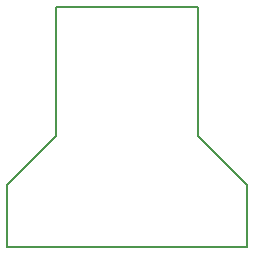
<source format=gbr>
G04 #@! TF.FileFunction,Profile,NP*
%FSLAX46Y46*%
G04 Gerber Fmt 4.6, Leading zero omitted, Abs format (unit mm)*
G04 Created by KiCad (PCBNEW 4.0.7) date Wednesday, 02 May 2018 'AMt' 01:47:09 AM*
%MOMM*%
%LPD*%
G01*
G04 APERTURE LIST*
%ADD10C,0.100000*%
%ADD11C,0.150000*%
G04 APERTURE END LIST*
D10*
D11*
X114890000Y-80950000D02*
X114890000Y-91840000D01*
X102890000Y-80950000D02*
X102890000Y-91840000D01*
X102890000Y-91840000D02*
X98730000Y-96000000D01*
X114890000Y-91840000D02*
X119050000Y-96000000D01*
X102890000Y-80950000D02*
X114890000Y-80950000D01*
X119050000Y-101270000D02*
X119050000Y-96000000D01*
X98730000Y-101270000D02*
X119050000Y-101270000D01*
X98730000Y-101270000D02*
X98730000Y-96000000D01*
M02*

</source>
